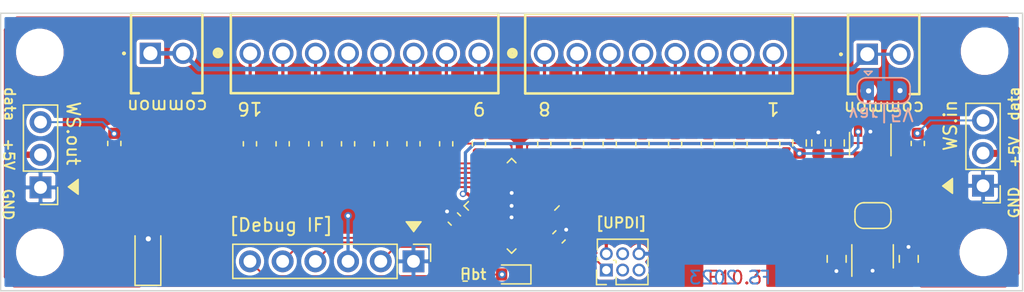
<source format=kicad_pcb>
(kicad_pcb (version 20171130) (host pcbnew "(5.1.12)-1")
  (title_block (title "RTB E10 module") (date 2025-09-06) (rev 3) (company "Frank Schumacher") (comment 1 "[1-16]-channel WS2811 chip emulator") (comment 4 "Licensed under the Apache License, Version 2"))
  (layers (0 F.Cu signal) (31 B.Cu signal) (34 B.Paste user hide) (35 F.Paste user hide) (36 B.SilkS user hide) (37 F.SilkS user hide) (38 B.Mask user hide) (39 F.Mask user hide) (44 Edge.Cuts user))
  (net 0 "")
  (net 1 GND)
  (net 2 +5V)
  (net 3 DI)
  (net 4 DO)
  (net 5 UPDI)
  (net 6 OUT3)
  (net 7 OUT2)
  (net 8 OUT1)
  (net 9 OUT0)
  (net 10 "Net-(R2-Pad1)")
  (net 11 "Net-(R3-Pad1)")
  (net 12 "Net-(R4-Pad1)")
  (net 13 "Net-(R5-Pad1)")
  (net 14 OUT6)
  (net 15 "Net-(R6-Pad1)")
  (net 16 OUT5)
  (net 17 "Net-(R7-Pad1)")
  (net 18 "Net-(R8-Pad1)")
  (net 19 OUT4)
  (net 20 "Net-(R9-Pad1)")
  (net 21 OUT7)
  (net 22 OUT15)
  (net 23 OUT14)
  (net 24 OUT13)
  (net 25 OUT12)
  (net 26 OUT11)
  (net 27 OUT10)
  (net 28 OUT9)
  (net 29 OUT8)
  (net 30 "Net-(R10-Pad1)")
  (net 31 "Net-(R11-Pad1)")
  (net 32 "Net-(R12-Pad1)")
  (net 33 "Net-(R13-Pad1)")
  (net 34 "Net-(R14-Pad1)")
  (net 35 "Net-(R15-Pad1)")
  (net 36 "Net-(R16-Pad1)")
  (net 37 "Net-(R17-Pad1)")
  (net 38 "Net-(R18-Pad1)")
  (net 39 "Net-(R19-Pad1)")
  (net 40 V24.rts)
  (net 41 V24.rx)
  (net 42 V24.tx)
  (net 43 V24.cts)
  (net 44 "Net-(D2-Pad2)")
  (net 45 "Net-(D2-Pad1)")
  (net 46 DAC)
  (net 47 VDD)
  (net 48 vCommon)
  (net 49 "Net-(R24-Pad1)")
  (net 50 "Net-(JP2-Pad1)")
  (module Diode_SMD:D_SOD-123F (layer F.Cu) (at 102.37 94.41 90)
    (fp_text reference D1 hide)
    (fp_text value SS34F)
    (pad 2 smd rect (at 1.4 0 90) (size 1.1 1.1) (layers F.Cu F.Paste F.Mask) (net 1 GND))
    (pad 1 smd rect (at -1.4 0 90) (size 1.1 1.1) (layers F.Cu F.Paste F.Mask) (net 2 +5V))
  )
  (module Jumper:SolderJumper-3_P1.3mm_Open_RoundedPad1.0x1.5mm (layer B.Cu) (at 159.51 81.46)
    (fp_text reference JP2 hide)
    (fp_text value SolderJumper_3_Open)
    (pad 2 smd rect (at 0 0) (size 1 1.5) (layers B.Cu B.Mask) (net 48 vCommon))
    (pad 3 smd custom (at 1.3 0) (size 1 0.5) (layers B.Cu B.Mask) (net 47 VDD) (options (clearance outline) (anchor rect)) (primitives (gr_circle (center 0 -0.25) (end 0.5 -0.25) (width 0)) (gr_circle (center 0 0.25) (end 0.5 0.25) (width 0)) (gr_poly (pts (xy -0.55 0.75) (xy 0 0.75) (xy 0 -0.75) (xy -0.55 -0.75)) (width 0))))
    (pad 1 smd custom (at -1.3 0) (size 1 0.5) (layers B.Cu B.Mask) (net 50 "Net-(JP2-Pad1)") (options (clearance outline) (anchor rect)) (primitives (gr_circle (center 0 -0.25) (end 0.5 -0.25) (width 0)) (gr_circle (center 0 0.25) (end 0.5 0.25) (width 0)) (gr_poly (pts (xy 0.55 0.75) (xy 0 0.75) (xy 0 -0.75) (xy 0.55 -0.75)) (width 0))))
  )
  (module Resistor_SMD:R_0603_1608Metric (layer F.Cu) (at 152.98 85.53 270)
    (fp_text reference R23 hide)
    (fp_text value 22)
    (pad 2 smd roundrect (at 0.825 0 270) (size 0.8 0.95) (layers F.Cu F.Paste F.Mask) (net 46 DAC))
    (pad 1 smd roundrect (at -0.825 0 270) (size 0.8 0.95) (layers F.Cu F.Paste F.Mask) (net 50 "Net-(JP2-Pad1)"))
  )
  (module Package_TO_SOT_SMD:SOT-23-5 (layer F.Cu) (at 158.47 85.62 270)
    (fp_text reference U3 hide)
    (fp_text value MCP6001)
    (pad 5 smd rect (at 1.1 -0.95 270) (size 1.06 0.65) (layers F.Cu F.Paste F.Mask) (net 47 VDD))
    (pad 4 smd rect (at 1.1 0.95 270) (size 1.06 0.65) (layers F.Cu F.Paste F.Mask) (net 49 "Net-(R24-Pad1)"))
    (pad 3 smd rect (at -1.1 0.95 270) (size 1.06 0.65) (layers F.Cu F.Paste F.Mask) (net 46 DAC))
    (pad 2 smd rect (at -1.1 0 270) (size 1.06 0.65) (layers F.Cu F.Paste F.Mask) (net 1 GND))
    (pad 1 smd rect (at -1.1 -0.95 270) (size 1.06 0.65) (layers F.Cu F.Paste F.Mask) (net 50 "Net-(JP2-Pad1)"))
  )
  (module Resistor_SMD:R_0603_1608Metric (layer F.Cu) (at 154.45 85.53 90)
    (fp_text reference R25 hide)
    (fp_text value 47k)
    (pad 2 smd roundrect (at 0.825 0 90) (size 0.8 0.95) (layers F.Cu F.Paste F.Mask) (net 1 GND))
    (pad 1 smd roundrect (at -0.825 0 90) (size 0.8 0.95) (layers F.Cu F.Paste F.Mask) (net 49 "Net-(R24-Pad1)"))
  )
  (module Resistor_SMD:R_0603_1608Metric (layer F.Cu) (at 155.93 85.53 90)
    (fp_text reference R24 hide)
    (fp_text value 47k)
    (pad 2 smd roundrect (at 0.825 0 90) (size 0.8 0.95) (layers F.Cu F.Paste F.Mask) (net 50 "Net-(JP2-Pad1)"))
    (pad 1 smd roundrect (at -0.825 0 90) (size 0.8 0.95) (layers F.Cu F.Paste F.Mask) (net 49 "Net-(R24-Pad1)"))
  )
  (module RTB_parts:1725656 (layer F.Cu) (at 102.56 78.56)
    (fp_text reference J8 hide)
    (fp_text value "LED Common" hide)
    (pad 2 thru_hole circle (at 2.54 0) (size 1.65 1.65) (drill 1.1) (layers *.Cu *.Mask) (net 48 vCommon))
    (pad 1 thru_hole rect (at 0 0) (size 1.65 1.65) (drill 1.1) (layers *.Cu *.Mask) (net 48 vCommon))
  )
  (module Package_TO_SOT_SMD:SOT-23-5 (layer F.Cu) (at 158.65 94.35 90)
    (fp_text reference U2 hide)
    (fp_text value MIC5205-5.0YM5)
    (pad 5 smd rect (at 1.1 -0.95 90) (size 1.06 0.65) (layers F.Cu F.Paste F.Mask) (net 47 VDD))
    (pad 4 smd rect (at 1.1 0.95 90) (size 1.06 0.65) (layers F.Cu F.Paste F.Mask))
    (pad 3 smd rect (at -1.1 0.95 90) (size 1.06 0.65) (layers F.Cu F.Paste F.Mask) (net 2 +5V))
    (pad 2 smd rect (at -1.1 0 90) (size 1.06 0.65) (layers F.Cu F.Paste F.Mask) (net 1 GND))
    (pad 1 smd rect (at -1.1 -0.95 90) (size 1.06 0.65) (layers F.Cu F.Paste F.Mask) (net 2 +5V))
  )
  (module Jumper:SolderJumper-2_P1.3mm_Open_RoundedPad1.0x1.5mm (layer F.Cu) (at 158.68 91.18 180)
    (fp_text reference JP1 hide)
    (fp_text value SolderJumper_2_Open)
    (pad 2 smd custom (at 0.65 0 180) (size 1 0.5) (layers F.Cu F.Mask) (net 47 VDD) (options (clearance outline) (anchor rect)) (primitives (gr_circle (center 0 0.25) (end 0.5 0.25) (width 0)) (gr_circle (center 0 -0.25) (end 0.5 -0.25) (width 0)) (gr_poly (pts (xy 0 -0.75) (xy -0.5 -0.75) (xy -0.5 0.75) (xy 0 0.75)) (width 0))))
    (pad 1 smd custom (at -0.65 0 180) (size 1 0.5) (layers F.Cu F.Mask) (net 2 +5V) (options (clearance outline) (anchor rect)) (primitives (gr_circle (center 0 0.25) (end 0.5 0.25) (width 0)) (gr_circle (center 0 -0.25) (end 0.5 -0.25) (width 0)) (gr_poly (pts (xy 0 -0.75) (xy 0.5 -0.75) (xy 0.5 0.75) (xy 0 0.75)) (width 0))))
  )
  (module Capacitor_SMD:C_0805_2012Metric (layer F.Cu) (at 155.86 94.55 270)
    (fp_text reference C4 hide)
    (fp_text value 4.7u/10V)
    (pad 2 smd roundrect (at 0.95 0 270) (size 1 1.45) (layers F.Cu F.Paste F.Mask) (net 1 GND))
    (pad 1 smd roundrect (at -0.95 0 270) (size 1 1.45) (layers F.Cu F.Paste F.Mask) (net 47 VDD))
  )
  (module Capacitor_SMD:C_0805_2012Metric (layer F.Cu) (at 161.46 94.55 90)
    (fp_text reference C1 hide)
    (fp_text value 4.7u/10V)
    (pad 2 smd roundrect (at 0.95 0 90) (size 1 1.45) (layers F.Cu F.Paste F.Mask) (net 1 GND))
    (pad 1 smd roundrect (at -0.95 0 90) (size 1 1.45) (layers F.Cu F.Paste F.Mask) (net 2 +5V))
  )
  (module RTB_parts:1725656 (layer F.Cu) (at 158.24 78.63)
    (fp_text reference J6 hide)
    (fp_text value "LED common" hide)
    (pad 2 thru_hole circle (at 2.54 0) (size 1.65 1.65) (drill 1.1) (layers *.Cu *.Mask) (net 48 vCommon))
    (pad 1 thru_hole rect (at 0 0) (size 1.65 1.65) (drill 1.1) (layers *.Cu *.Mask) (net 48 vCommon))
  )
  (module RTB_parts:1725711 (layer F.Cu) (at 142.06 78.58)
    (fp_text reference J7 hide)
    (fp_text value "LED 0-7" hide)
    (pad 8 thru_hole circle (at 8.89 0) (size 1.65 1.65) (drill 1.1) (layers *.Cu *.Mask) (net 9 OUT0))
    (pad 7 thru_hole circle (at 6.35 0) (size 1.65 1.65) (drill 1.1) (layers *.Cu *.Mask) (net 8 OUT1))
    (pad 6 thru_hole circle (at 3.81 0) (size 1.65 1.65) (drill 1.1) (layers *.Cu *.Mask) (net 7 OUT2))
    (pad 5 thru_hole circle (at 1.27 0) (size 1.65 1.65) (drill 1.1) (layers *.Cu *.Mask) (net 6 OUT3))
    (pad 4 thru_hole circle (at -1.27 0) (size 1.65 1.65) (drill 1.1) (layers *.Cu *.Mask) (net 19 OUT4))
    (pad 3 thru_hole circle (at -3.81 0) (size 1.65 1.65) (drill 1.1) (layers *.Cu *.Mask) (net 16 OUT5))
    (pad 2 thru_hole circle (at -6.35 0) (size 1.65 1.65) (drill 1.1) (layers *.Cu *.Mask) (net 14 OUT6))
    (pad 1 thru_hole circle (at -8.89 0) (size 1.65 1.65) (drill 1.1) (layers *.Cu *.Mask) (net 21 OUT7))
  )
  (module RTB_parts:1725711 (layer F.Cu) (at 119.2 78.56)
    (fp_text reference J1 hide)
    (fp_text value "LED 8-15" hide)
    (pad 8 thru_hole circle (at 8.89 0) (size 1.65 1.65) (drill 1.1) (layers *.Cu *.Mask) (net 29 OUT8))
    (pad 7 thru_hole circle (at 6.35 0) (size 1.65 1.65) (drill 1.1) (layers *.Cu *.Mask) (net 28 OUT9))
    (pad 6 thru_hole circle (at 3.81 0) (size 1.65 1.65) (drill 1.1) (layers *.Cu *.Mask) (net 27 OUT10))
    (pad 5 thru_hole circle (at 1.27 0) (size 1.65 1.65) (drill 1.1) (layers *.Cu *.Mask) (net 26 OUT11))
    (pad 4 thru_hole circle (at -1.27 0) (size 1.65 1.65) (drill 1.1) (layers *.Cu *.Mask) (net 25 OUT12))
    (pad 3 thru_hole circle (at -3.81 0) (size 1.65 1.65) (drill 1.1) (layers *.Cu *.Mask) (net 24 OUT13))
    (pad 2 thru_hole circle (at -6.35 0) (size 1.65 1.65) (drill 1.1) (layers *.Cu *.Mask) (net 23 OUT14))
    (pad 1 thru_hole circle (at -8.89 0) (size 1.65 1.65) (drill 1.1) (layers *.Cu *.Mask) (net 22 OUT15))
  )
  (module MountingHole:MountingHole_3.2mm_M3_DIN965 (layer F.Cu) (at 167.34452 78.39456)
    (fp_text reference H3 hide)
    (fp_text value MountingHole)
    (pad 1 np_thru_hole circle (at 0 0) (size 3.2 3.2) (drill 3.2) (layers *.Cu *.Mask))
  )
  (module Package_DFN_QFN:QFN-32-1EP_5x5mm_P0.5mm_EP3.1x3.1mm (layer F.Cu) (at 130.614 90.424 225)
    (fp_text reference U1 hide)
    (fp_text value AVR-64da32)
    (pad 32 smd roundrect (at -1.75 -2.4375 225) (size 0.25 0.875) (layers F.Cu F.Paste F.Mask) (net 36 "Net-(R16-Pad1)"))
    (pad 31 smd roundrect (at -1.25 -2.4375 225) (size 0.25 0.875) (layers F.Cu F.Paste F.Mask) (net 35 "Net-(R15-Pad1)"))
    (pad 30 smd roundrect (at -0.75 -2.4375 225) (size 0.25 0.875) (layers F.Cu F.Paste F.Mask) (net 34 "Net-(R14-Pad1)"))
    (pad 29 smd roundrect (at -0.25 -2.4375 225) (size 0.25 0.875) (layers F.Cu F.Paste F.Mask) (net 1 GND))
    (pad 28 smd roundrect (at 0.25 -2.4375 225) (size 0.25 0.875) (layers F.Cu F.Paste F.Mask) (net 47 VDD))
    (pad 27 smd roundrect (at 0.75 -2.4375 225) (size 0.25 0.875) (layers F.Cu F.Paste F.Mask) (net 5 UPDI))
    (pad 26 smd roundrect (at 1.25 -2.4375 225) (size 0.25 0.875) (layers F.Cu F.Paste F.Mask))
    (pad 25 smd roundrect (at 1.75 -2.4375 225) (size 0.25 0.875) (layers F.Cu F.Paste F.Mask))
    (pad 24 smd roundrect (at 2.4375 -1.75 225) (size 0.875 0.25) (layers F.Cu F.Paste F.Mask) (net 45 "Net-(D2-Pad1)"))
    (pad 23 smd roundrect (at 2.4375 -1.25 225) (size 0.875 0.25) (layers F.Cu F.Paste F.Mask) (net 43 V24.cts))
    (pad 22 smd roundrect (at 2.4375 -0.75 225) (size 0.875 0.25) (layers F.Cu F.Paste F.Mask) (net 40 V24.rts))
    (pad 21 smd roundrect (at 2.4375 -0.25 225) (size 0.875 0.25) (layers F.Cu F.Paste F.Mask) (net 41 V24.rx))
    (pad 20 smd roundrect (at 2.4375 0.25 225) (size 0.875 0.25) (layers F.Cu F.Paste F.Mask) (net 42 V24.tx))
    (pad 19 smd roundrect (at 2.4375 0.75 225) (size 0.875 0.25) (layers F.Cu F.Paste F.Mask) (net 1 GND))
    (pad 18 smd roundrect (at 2.4375 1.25 225) (size 0.875 0.25) (layers F.Cu F.Paste F.Mask) (net 47 VDD))
    (pad 17 smd roundrect (at 2.4375 1.75 225) (size 0.875 0.25) (layers F.Cu F.Paste F.Mask) (net 13 "Net-(R5-Pad1)"))
    (pad 16 smd roundrect (at 1.75 2.4375 225) (size 0.25 0.875) (layers F.Cu F.Paste F.Mask) (net 46 DAC))
    (pad 15 smd roundrect (at 1.25 2.4375 225) (size 0.25 0.875) (layers F.Cu F.Paste F.Mask) (net 12 "Net-(R4-Pad1)"))
    (pad 14 smd roundrect (at 0.75 2.4375 225) (size 0.25 0.875) (layers F.Cu F.Paste F.Mask) (net 11 "Net-(R3-Pad1)"))
    (pad 13 smd roundrect (at 0.25 2.4375 225) (size 0.25 0.875) (layers F.Cu F.Paste F.Mask) (net 10 "Net-(R2-Pad1)"))
    (pad 12 smd roundrect (at -0.25 2.4375 225) (size 0.25 0.875) (layers F.Cu F.Paste F.Mask) (net 20 "Net-(R9-Pad1)"))
    (pad 11 smd roundrect (at -0.75 2.4375 225) (size 0.25 0.875) (layers F.Cu F.Paste F.Mask) (net 18 "Net-(R8-Pad1)"))
    (pad 10 smd roundrect (at -1.25 2.4375 225) (size 0.25 0.875) (layers F.Cu F.Paste F.Mask) (net 17 "Net-(R7-Pad1)"))
    (pad 9 smd roundrect (at -1.75 2.4375 225) (size 0.25 0.875) (layers F.Cu F.Paste F.Mask) (net 15 "Net-(R6-Pad1)"))
    (pad 8 smd roundrect (at -2.4375 1.75 225) (size 0.875 0.25) (layers F.Cu F.Paste F.Mask) (net 39 "Net-(R19-Pad1)"))
    (pad 7 smd roundrect (at -2.4375 1.25 225) (size 0.875 0.25) (layers F.Cu F.Paste F.Mask) (net 38 "Net-(R18-Pad1)"))
    (pad 6 smd roundrect (at -2.4375 0.75 225) (size 0.875 0.25) (layers F.Cu F.Paste F.Mask))
    (pad 5 smd roundrect (at -2.4375 0.25 225) (size 0.875 0.25) (layers F.Cu F.Paste F.Mask) (net 33 "Net-(R13-Pad1)"))
    (pad 4 smd roundrect (at -2.4375 -0.25 225) (size 0.875 0.25) (layers F.Cu F.Paste F.Mask) (net 32 "Net-(R12-Pad1)"))
    (pad 3 smd roundrect (at -2.4375 -0.75 225) (size 0.875 0.25) (layers F.Cu F.Paste F.Mask) (net 31 "Net-(R11-Pad1)"))
    (pad 2 smd roundrect (at -2.4375 -1.25 225) (size 0.875 0.25) (layers F.Cu F.Paste F.Mask) (net 30 "Net-(R10-Pad1)"))
    (pad 1 smd roundrect (at -2.4375 -1.75 225) (size 0.875 0.25) (layers F.Cu F.Paste F.Mask) (net 37 "Net-(R17-Pad1)"))
    (pad 33 smd roundrect (at 0 0 225) (size 3.1 3.1) (layers F.Cu F.Mask) (roundrect_rratio 0.08064483870967742) (net 1 GND))
  )
  (module Connector_PinHeader_1.27mm:PinHeader_2x03_P1.27mm_Vertical (layer F.Cu) (at 137.97 95.42 90)
    (fp_text reference J4 hide)
    (fp_text value UPDI)
    (pad 6 thru_hole oval (at 1.27 2.54 90) (size 1 1) (drill 0.65) (layers *.Cu *.Mask) (net 1 GND))
    (pad 5 thru_hole oval (at 0 2.54 90) (size 1 1) (drill 0.65) (layers *.Cu *.Mask))
    (pad 4 thru_hole oval (at 1.27 1.27 90) (size 1 1) (drill 0.65) (layers *.Cu *.Mask))
    (pad 3 thru_hole oval (at 0 1.27 90) (size 1 1) (drill 0.65) (layers *.Cu *.Mask))
    (pad 2 thru_hole oval (at 1.27 0 90) (size 1 1) (drill 0.65) (layers *.Cu *.Mask) (net 47 VDD))
    (pad 1 thru_hole rect (at 0 0 90) (size 1 1) (drill 0.65) (layers *.Cu *.Mask) (net 5 UPDI))
  )
  (module MountingHole:MountingHole_3.2mm_M3_DIN965 (layer F.Cu) (at 167.248 94.0435)
    (fp_text reference H4 hide)
    (fp_text value MountingHole)
    (pad 1 np_thru_hole circle (at 0 0) (size 3.2 3.2) (drill 3.2) (layers *.Cu *.Mask))
  )
  (module MountingHole:MountingHole_3.2mm_M3_DIN965 (layer F.Cu) (at 93.98 94.0435)
    (fp_text reference H2 hide)
    (fp_text value MountingHole)
    (pad 1 np_thru_hole circle (at 0 0) (size 3.2 3.2) (drill 3.2) (layers *.Cu *.Mask))
  )
  (module MountingHole:MountingHole_3.2mm_M3_DIN965 (layer F.Cu) (at 93.98 78.486)
    (fp_text reference H1 hide)
    (fp_text value MountingHole)
    (pad 1 np_thru_hole circle (at 0 0) (size 3.2 3.2) (drill 3.2) (layers *.Cu *.Mask))
  )
  (module Resistor_SMD:R_0603_1608Metric (layer F.Cu) (at 127.01 95.77 180)
    (fp_text reference R20 hide)
    (fp_text value 4.7k)
    (pad 2 smd roundrect (at 0.7875 0 180) (size 0.875 0.95) (layers F.Cu F.Paste F.Mask) (net 47 VDD))
    (pad 1 smd roundrect (at -0.7875 0 180) (size 0.875 0.95) (layers F.Cu F.Paste F.Mask) (net 44 "Net-(D2-Pad2)"))
  )
  (module LED_SMD:LED_0603_1608Metric (layer F.Cu) (at 130.63 95.761 180)
    (fp_text reference D2 hide)
    (fp_text value "HBT(green)")
    (pad 2 smd roundrect (at 0.7875 0 180) (size 0.875 0.95) (layers F.Cu F.Paste F.Mask) (net 44 "Net-(D2-Pad2)"))
    (pad 1 smd roundrect (at -0.7875 0 180) (size 0.875 0.95) (layers F.Cu F.Paste F.Mask) (net 45 "Net-(D2-Pad1)"))
  )
  (module Resistor_SMD:R_0603_1608Metric (layer F.Cu) (at 99.76 85.57 90)
    (fp_text reference R19 hide)
    (fp_text value 160)
    (pad 2 smd roundrect (at 0.7875 0 90) (size 0.875 0.95) (layers F.Cu F.Paste F.Mask) (net 4 DO))
    (pad 1 smd roundrect (at -0.7875 0 90) (size 0.875 0.95) (layers F.Cu F.Paste F.Mask) (net 39 "Net-(R19-Pad1)"))
  )
  (module Resistor_SMD:R_0603_1608Metric (layer F.Cu) (at 162.16 85.57 90)
    (fp_text reference R18 hide)
    (fp_text value 160)
    (pad 2 smd roundrect (at 0.7875 0 90) (size 0.875 0.95) (layers F.Cu F.Paste F.Mask) (net 3 DI))
    (pad 1 smd roundrect (at -0.7875 0 90) (size 0.875 0.95) (layers F.Cu F.Paste F.Mask) (net 38 "Net-(R18-Pad1)"))
  )
  (module Resistor_SMD:R_0603_1608Metric (layer F.Cu) (at 143.314 85.598 90)
    (fp_text reference R17 hide)
    (fp_text value 220)
    (pad 2 smd roundrect (at 0.7875 0 90) (size 0.875 0.95) (layers F.Cu F.Paste F.Mask) (net 6 OUT3))
    (pad 1 smd roundrect (at -0.7875 0 90) (size 0.875 0.95) (layers F.Cu F.Paste F.Mask) (net 37 "Net-(R17-Pad1)"))
  )
  (module Resistor_SMD:R_0603_1608Metric (layer F.Cu) (at 145.854 85.598 90)
    (fp_text reference R16 hide)
    (fp_text value 220)
    (pad 2 smd roundrect (at 0.7875 0 90) (size 0.875 0.95) (layers F.Cu F.Paste F.Mask) (net 7 OUT2))
    (pad 1 smd roundrect (at -0.7875 0 90) (size 0.875 0.95) (layers F.Cu F.Paste F.Mask) (net 36 "Net-(R16-Pad1)"))
  )
  (module Resistor_SMD:R_0603_1608Metric (layer F.Cu) (at 148.394 85.598 90)
    (fp_text reference R15 hide)
    (fp_text value 220)
    (pad 2 smd roundrect (at 0.7875 0 90) (size 0.875 0.95) (layers F.Cu F.Paste F.Mask) (net 8 OUT1))
    (pad 1 smd roundrect (at -0.7875 0 90) (size 0.875 0.95) (layers F.Cu F.Paste F.Mask) (net 35 "Net-(R15-Pad1)"))
  )
  (module Resistor_SMD:R_0603_1608Metric (layer F.Cu) (at 150.934 85.598 90)
    (fp_text reference R14 hide)
    (fp_text value 220)
    (pad 2 smd roundrect (at 0.7875 0 90) (size 0.875 0.95) (layers F.Cu F.Paste F.Mask) (net 9 OUT0))
    (pad 1 smd roundrect (at -0.7875 0 90) (size 0.875 0.95) (layers F.Cu F.Paste F.Mask) (net 34 "Net-(R14-Pad1)"))
  )
  (module Resistor_SMD:R_0603_1608Metric (layer F.Cu) (at 133.154 85.598 90)
    (fp_text reference R13 hide)
    (fp_text value 220)
    (pad 2 smd roundrect (at 0.7875 0 90) (size 0.875 0.95) (layers F.Cu F.Paste F.Mask) (net 21 OUT7))
    (pad 1 smd roundrect (at -0.7875 0 90) (size 0.875 0.95) (layers F.Cu F.Paste F.Mask) (net 33 "Net-(R13-Pad1)"))
  )
  (module Resistor_SMD:R_0603_1608Metric (layer F.Cu) (at 135.694 85.5725 90)
    (fp_text reference R12 hide)
    (fp_text value 220)
    (pad 2 smd roundrect (at 0.7875 0 90) (size 0.875 0.95) (layers F.Cu F.Paste F.Mask) (net 14 OUT6))
    (pad 1 smd roundrect (at -0.7875 0 90) (size 0.875 0.95) (layers F.Cu F.Paste F.Mask) (net 32 "Net-(R12-Pad1)"))
  )
  (module Resistor_SMD:R_0603_1608Metric (layer F.Cu) (at 138.234 85.598 90)
    (fp_text reference R11 hide)
    (fp_text value 220)
    (pad 2 smd roundrect (at 0.7875 0 90) (size 0.875 0.95) (layers F.Cu F.Paste F.Mask) (net 16 OUT5))
    (pad 1 smd roundrect (at -0.7875 0 90) (size 0.875 0.95) (layers F.Cu F.Paste F.Mask) (net 31 "Net-(R11-Pad1)"))
  )
  (module Resistor_SMD:R_0603_1608Metric (layer F.Cu) (at 140.774 85.598 90)
    (fp_text reference R10 hide)
    (fp_text value 220)
    (pad 2 smd roundrect (at 0.7875 0 90) (size 0.875 0.95) (layers F.Cu F.Paste F.Mask) (net 19 OUT4))
    (pad 1 smd roundrect (at -0.7875 0 90) (size 0.875 0.95) (layers F.Cu F.Paste F.Mask) (net 30 "Net-(R10-Pad1)"))
  )
  (module Resistor_SMD:R_0603_1608Metric (layer F.Cu) (at 120.454 85.598 90)
    (fp_text reference R9 hide)
    (fp_text value 220)
    (pad 2 smd roundrect (at 0.7875 0 90) (size 0.875 0.95) (layers F.Cu F.Paste F.Mask) (net 26 OUT11))
    (pad 1 smd roundrect (at -0.7875 0 90) (size 0.875 0.95) (layers F.Cu F.Paste F.Mask) (net 20 "Net-(R9-Pad1)"))
  )
  (module Resistor_SMD:R_0603_1608Metric (layer F.Cu) (at 122.994 85.598 90)
    (fp_text reference R8 hide)
    (fp_text value 220)
    (pad 2 smd roundrect (at 0.7875 0 90) (size 0.875 0.95) (layers F.Cu F.Paste F.Mask) (net 27 OUT10))
    (pad 1 smd roundrect (at -0.7875 0 90) (size 0.875 0.95) (layers F.Cu F.Paste F.Mask) (net 18 "Net-(R8-Pad1)"))
  )
  (module Resistor_SMD:R_0603_1608Metric (layer F.Cu) (at 125.534 85.598 90)
    (fp_text reference R7 hide)
    (fp_text value 220)
    (pad 2 smd roundrect (at 0.7875 0 90) (size 0.875 0.95) (layers F.Cu F.Paste F.Mask) (net 28 OUT9))
    (pad 1 smd roundrect (at -0.7875 0 90) (size 0.875 0.95) (layers F.Cu F.Paste F.Mask) (net 17 "Net-(R7-Pad1)"))
  )
  (module Resistor_SMD:R_0603_1608Metric (layer F.Cu) (at 128.074 85.598 90)
    (fp_text reference R6 hide)
    (fp_text value 220)
    (pad 2 smd roundrect (at 0.7875 0 90) (size 0.875 0.95) (layers F.Cu F.Paste F.Mask) (net 29 OUT8))
    (pad 1 smd roundrect (at -0.7875 0 90) (size 0.875 0.95) (layers F.Cu F.Paste F.Mask) (net 15 "Net-(R6-Pad1)"))
  )
  (module Resistor_SMD:R_0603_1608Metric (layer F.Cu) (at 110.294 85.598 90)
    (fp_text reference R5 hide)
    (fp_text value 220)
    (pad 2 smd roundrect (at 0.7875 0 90) (size 0.875 0.95) (layers F.Cu F.Paste F.Mask) (net 22 OUT15))
    (pad 1 smd roundrect (at -0.7875 0 90) (size 0.875 0.95) (layers F.Cu F.Paste F.Mask) (net 13 "Net-(R5-Pad1)"))
  )
  (module Resistor_SMD:R_0603_1608Metric (layer F.Cu) (at 112.834 85.598 90)
    (fp_text reference R4 hide)
    (fp_text value 220)
    (pad 2 smd roundrect (at 0.7875 0 90) (size 0.875 0.95) (layers F.Cu F.Paste F.Mask) (net 23 OUT14))
    (pad 1 smd roundrect (at -0.7875 0 90) (size 0.875 0.95) (layers F.Cu F.Paste F.Mask) (net 12 "Net-(R4-Pad1)"))
  )
  (module Resistor_SMD:R_0603_1608Metric (layer F.Cu) (at 115.374 85.598 90)
    (fp_text reference R3 hide)
    (fp_text value 220)
    (pad 2 smd roundrect (at 0.7875 0 90) (size 0.875 0.95) (layers F.Cu F.Paste F.Mask) (net 24 OUT13))
    (pad 1 smd roundrect (at -0.7875 0 90) (size 0.875 0.95) (layers F.Cu F.Paste F.Mask) (net 11 "Net-(R3-Pad1)"))
  )
  (module Resistor_SMD:R_0603_1608Metric (layer F.Cu) (at 117.914 85.598 90)
    (fp_text reference R2 hide)
    (fp_text value 220)
    (pad 2 smd roundrect (at 0.7875 0 90) (size 0.875 0.95) (layers F.Cu F.Paste F.Mask) (net 25 OUT12))
    (pad 1 smd roundrect (at -0.7875 0 90) (size 0.875 0.95) (layers F.Cu F.Paste F.Mask) (net 10 "Net-(R2-Pad1)"))
  )
  (module Capacitor_SMD:C_0603_1608Metric (layer F.Cu) (at 134.297 92.837 45)
    (fp_text reference C3 hide)
    (fp_text value 100n)
    (pad 2 smd roundrect (at 0.7875 0 45) (size 0.875 0.95) (layers F.Cu F.Paste F.Mask) (net 1 GND))
    (pad 1 smd roundrect (at -0.7875 0 45) (size 0.875 0.95) (layers F.Cu F.Paste F.Mask) (net 47 VDD))
  )
  (module Capacitor_SMD:C_0603_1608Metric (layer F.Cu) (at 126.17 91.45 135)
    (fp_text reference C2 hide)
    (fp_text value 100n)
    (pad 2 smd roundrect (at 0.787501 0 135) (size 0.875 0.95) (layers F.Cu F.Paste F.Mask) (net 1 GND))
    (pad 1 smd roundrect (at -0.787501 0 135) (size 0.875 0.95) (layers F.Cu F.Paste F.Mask) (net 47 VDD))
  )
  (module Connector_PinHeader_2.54mm:PinHeader_1x06_P2.54mm_Vertical (layer F.Cu) (at 122.994 94.742 270)
    (fp_text reference J5 hide)
    (fp_text value Debug)
    (pad 6 thru_hole oval (at 0 12.7 270) (size 1.7 1.7) (drill 1) (layers *.Cu *.Mask) (net 43 V24.cts))
    (pad 5 thru_hole oval (at 0 10.16 270) (size 1.7 1.7) (drill 1) (layers *.Cu *.Mask) (net 42 V24.tx))
    (pad 4 thru_hole oval (at 0 7.62 270) (size 1.7 1.7) (drill 1) (layers *.Cu *.Mask) (net 41 V24.rx))
    (pad 3 thru_hole oval (at 0 5.08 270) (size 1.7 1.7) (drill 1) (layers *.Cu *.Mask) (net 47 VDD))
    (pad 2 thru_hole oval (at 0 2.54 270) (size 1.7 1.7) (drill 1) (layers *.Cu *.Mask) (net 40 V24.rts))
    (pad 1 thru_hole rect (at 0 0 270) (size 1.7 1.7) (drill 1) (layers *.Cu *.Mask) (net 1 GND))
  )
  (module Connector_PinHeader_2.54mm:PinHeader_1x03_P2.54mm_Vertical (layer F.Cu) (at 167.23 88.86 180)
    (fp_text reference J3 hide)
    (fp_text value "WS-bus input")
    (pad 3 thru_hole oval (at 0 5.08 180) (size 1.7 1.7) (drill 1) (layers *.Cu *.Mask) (net 3 DI))
    (pad 2 thru_hole oval (at 0 2.54 180) (size 1.7 1.7) (drill 1) (layers *.Cu *.Mask) (net 2 +5V))
    (pad 1 thru_hole rect (at 0 0 180) (size 1.7 1.7) (drill 1) (layers *.Cu *.Mask) (net 1 GND))
  )
  (module Connector_PinHeader_2.54mm:PinHeader_1x03_P2.54mm_Vertical (layer F.Cu) (at 94.03 88.99 180)
    (fp_text reference J2 hide)
    (fp_text value "WS-bus output")
    (pad 3 thru_hole oval (at 0 5.08 180) (size 1.7 1.7) (drill 1) (layers *.Cu *.Mask) (net 4 DO))
    (pad 2 thru_hole oval (at 0 2.54 180) (size 1.7 1.7) (drill 1) (layers *.Cu *.Mask) (net 2 +5V))
    (pad 1 thru_hole rect (at 0 0 180) (size 1.7 1.7) (drill 1) (layers *.Cu *.Mask) (net 1 GND))
  )
  (gr_text common (at 103.87 82.7 180) (layer F.SilkS) (effects (font (size 1 1))))
  (gr_text var|5V (at 159.31 83.3 180) (layer B.SilkS) (effects (font (size 1 1)) (justify mirror)))
  (gr_poly (pts (xy 96.18 88.95) (xy 96.96 88.36) (xy 96.96 89.53)) (layer F.SilkS) (width 0.1))
  (gr_poly (pts (xy 164.08 88.88) (xy 164.86 88.29) (xy 164.86 89.46)) (layer F.SilkS) (width 0.1))
  (gr_poly (pts (xy 123.01 92.44) (xy 122.42 91.66) (xy 123.59 91.66)) (layer F.SilkS) (width 0.1))
  (gr_text GND (at 169.64 90.17 90) (layer F.SilkS) (effects (font (size 0.8 0.8))))
  (gr_text +5V (at 169.68 86.24 90) (layer F.SilkS) (effects (font (size 0.8 0.8))))
  (gr_text data (at 169.63 82.48 90) (layer F.SilkS) (effects (font (size 0.8 0.8))))
  (gr_text 9 (at 128.1 82.87 180) (layer F.SilkS) (effects (font (size 1 1))))
  (gr_text 8 (at 133.17 82.86 180) (layer F.SilkS) (effects (font (size 1 1))))
  (gr_text 16 (at 110.28 82.87 180) (layer F.SilkS) (effects (font (size 1 1))))
  (gr_text 1 (at 150.92 82.89 180) (layer F.SilkS) (effects (font (size 1 1))))
  (gr_text data (at 91.64 82.51 270) (layer F.SilkS) (effects (font (size 0.8 0.8))))
  (gr_text "FS 2023" (at 147.574 96.012) (layer B.Cu) (effects (font (size 1 1)) (justify mirror)))
  (gr_text E10.3 (at 147.952 96.014) (layer F.Cu) (effects (font (size 1 1))))
  (gr_text +5V (at 91.57 86.41 270) (layer F.SilkS) (effects (font (size 0.8 0.8))))
  (gr_text GND (at 91.51 90.32 270) (layer F.SilkS) (effects (font (size 0.8 0.8))))
  (gr_text common (at 159.53 82.84 180) (layer F.SilkS) (effects (font (size 1 1))))
  (gr_text Hbt (at 127.63 95.76) (layer F.SilkS) (effects (font (size 0.8 0.8))))
  (gr_text WS.in (at 164.69 84.17 90) (layer F.SilkS) (effects (font (size 1 1))))
  (gr_text WS.out (at 96.57 84.79 270) (layer F.SilkS) (effects (font (size 1 1))))
  (gr_text [UPDI] (at 139.13 91.75) (layer F.SilkS) (effects (font (size 0.8 0.8))))
  (gr_text "[Debug IF]" (at 112.71 91.92) (layer F.SilkS) (effects (font (size 1 1))))
  (gr_line (start 170.296 75.438) (end 170.296 97.028) (layer Edge.Cuts) (width 0.1))
  (gr_line (start 90.932 75.438) (end 170.296 75.438) (layer Edge.Cuts) (width 0.1))
  (gr_line (start 90.932 97.028) (end 90.932 75.438) (layer Edge.Cuts) (width 0.1))
  (gr_line (start 170.296 97.028) (end 90.932 97.028) (layer Edge.Cuts) (width 0.1))
  (via (at 102.4 92.99) (size 0.8) (drill 0.4) (layers F.Cu B.Cu) (net 1))
  (via (at 158.48 84.65) (size 0.5) (drill 0.3) (layers F.Cu B.Cu) (net 1))
  (via (at 154.44 84.71) (size 0.5) (drill 0.3) (layers F.Cu B.Cu) (net 1))
  (via (at 161.44 93.62) (size 0.6) (drill 0.3) (layers F.Cu B.Cu) (net 1))
  (via (at 158.65 95.47) (size 0.6) (drill 0.3) (layers F.Cu B.Cu) (net 1))
  (via (at 155.84 95.5) (size 0.6) (drill 0.3) (layers F.Cu B.Cu) (net 1))
  (via (at 125.6 90.86) (size 0.6) (drill 0.3) (layers F.Cu B.Cu) (net 1))
  (segment (start 129.55334 90.424) (end 130.614 90.424) (width 0.15) (layer F.Cu) (net 1))
  (segment (start 128.360097 91.617243) (end 129.55334 90.424) (width 0.25) (layer F.Cu) (net 1))
  (segment (start 134.678 92.456) (end 134.853847 92.280153) (width 0.15) (layer F.Cu) (net 1))
  (segment (start 132.514349 91.970796) (end 132.999553 92.456) (width 0.25) (layer F.Cu) (net 1))
  (segment (start 132.999553 92.456) (end 134.678 92.456) (width 0.25) (layer F.Cu) (net 1))
  (via (at 130.614 90.424) (size 0.6) (drill 0.3) (layers F.Cu B.Cu) (net 1))
  (segment (start 131.497884 91.307884) (end 130.614 90.424) (width 0.15) (layer F.Cu) (net 1))
  (segment (start 131.827884 91.307884) (end 131.497884 91.307884) (width 0.15) (layer F.Cu) (net 1))
  (segment (start 132.490796 91.95) (end 131.827884 91.287088) (width 0.25) (layer F.Cu) (net 1))
  (segment (start 132.514349 91.970796) (end 132.490796 91.970796) (width 0.15) (layer F.Cu) (net 1))
  (segment (start 134.853847 92.280153) (end 134.853847 92.280153) (width 0.15) (layer F.Cu) (net 1))
  (via (at 134.853847 92.280153) (size 0.6) (drill 0.3) (layers F.Cu B.Cu) (net 1))
  (via (at 130.62 89.42) (size 0.6) (drill 0.3) (layers F.Cu B.Cu) (net 1))
  (via (at 130.61 91.32) (size 0.6) (drill 0.3) (layers F.Cu B.Cu) (net 1))
  (segment (start 166.925 89.165) (end 167.23 88.86) (width 0.5) (layer B.Cu) (net 1))
  (segment (start 167.125 86.215) (end 167.23 86.32) (width 0.5) (layer F.Cu) (net 2))
  (segment (start 92.18201 86.45) (end 94.03 86.45) (width 0.5) (layer F.Cu) (net 2))
  (segment (start 91.43201 85.7) (end 92.18201 86.45) (width 0.5) (layer F.Cu) (net 2))
  (segment (start 92.25199 75.93801) (end 91.43201 76.75799) (width 0.5) (layer F.Cu) (net 2))
  (segment (start 91.43201 76.75799) (end 91.43201 85.7) (width 0.5) (layer F.Cu) (net 2))
  (segment (start 169.07801 75.93801) (end 92.25199 75.93801) (width 0.5) (layer F.Cu) (net 2))
  (segment (start 169.79599 76.65599) (end 169.07801 75.93801) (width 0.5) (layer F.Cu) (net 2))
  (segment (start 169.29 86.37) (end 169.79599 85.86401) (width 0.5) (layer F.Cu) (net 2))
  (segment (start 167.28 86.37) (end 169.29 86.37) (width 0.5) (layer F.Cu) (net 2))
  (segment (start 169.79599 85.86401) (end 169.79599 76.65599) (width 0.5) (layer F.Cu) (net 2))
  (segment (start 167.23 86.32) (end 167.28 86.37) (width 0.5) (layer F.Cu) (net 2))
  (segment (start 159.6 94.67) (end 159.6 95.45) (width 0.25) (layer F.Cu) (net 2))
  (segment (start 159.524999 94.594999) (end 159.6 94.67) (width 0.25) (layer F.Cu) (net 2))
  (segment (start 157.7 94.67) (end 157.775001 94.594999) (width 0.25) (layer F.Cu) (net 2))
  (segment (start 157.7 95.45) (end 157.7 94.67) (width 0.25) (layer F.Cu) (net 2))
  (segment (start 161.41 95.45) (end 161.46 95.5) (width 0.25) (layer F.Cu) (net 2))
  (segment (start 159.6 95.45) (end 161.41 95.45) (width 0.25) (layer F.Cu) (net 2))
  (segment (start 159.33 91.927592) (end 158.625001 92.632591) (width 0.25) (layer F.Cu) (net 2))
  (segment (start 159.33 91.18) (end 159.33 91.927592) (width 0.25) (layer F.Cu) (net 2))
  (segment (start 158.625001 94.594999) (end 159.524999 94.594999) (width 0.25) (layer F.Cu) (net 2))
  (segment (start 158.625001 92.632591) (end 158.625001 94.594999) (width 0.25) (layer F.Cu) (net 2))
  (segment (start 157.775001 94.594999) (end 158.625001 94.594999) (width 0.25) (layer F.Cu) (net 2))
  (segment (start 167.23 86.32) (end 168.95599 86.32) (width 0.5) (layer F.Cu) (net 2))
  (segment (start 168.95599 86.32) (end 169.79599 87.16) (width 0.5) (layer F.Cu) (net 2))
  (segment (start 169.79599 95.63401) (end 168.90201 96.52799) (width 0.5) (layer F.Cu) (net 2))
  (segment (start 169.79599 87.16) (end 169.79599 95.63401) (width 0.5) (layer F.Cu) (net 2))
  (segment (start 162.48799 96.52799) (end 161.46 95.5) (width 0.5) (layer F.Cu) (net 2))
  (segment (start 168.90201 96.52799) (end 162.48799 96.52799) (width 0.5) (layer F.Cu) (net 2))
  (segment (start 167.2 86.29) (end 167.23 86.32) (width 0.5) (layer B.Cu) (net 2))
  (segment (start 92.03799 96.52799) (end 101.65201 96.52799) (width 0.5) (layer F.Cu) (net 2))
  (segment (start 91.43201 95.92201) (end 92.03799 96.52799) (width 0.5) (layer F.Cu) (net 2))
  (segment (start 101.65201 96.52799) (end 102.37 95.81) (width 0.5) (layer F.Cu) (net 2))
  (segment (start 91.43201 86.97799) (end 91.43201 95.92201) (width 0.5) (layer F.Cu) (net 2))
  (segment (start 91.96 86.45) (end 91.43201 86.97799) (width 0.5) (layer F.Cu) (net 2))
  (segment (start 92.18201 86.45) (end 91.96 86.45) (width 0.5) (layer F.Cu) (net 2))
  (via (at 162.13 84.78) (size 0.6) (drill 0.3) (layers F.Cu B.Cu) (net 3))
  (segment (start 163.13 83.78) (end 162.13 84.78) (width 0.15) (layer B.Cu) (net 3))
  (segment (start 167.23 83.78) (end 163.13 83.78) (width 0.15) (layer B.Cu) (net 3))
  (via (at 99.75 84.81) (size 0.5) (drill 0.3) (layers F.Cu B.Cu) (net 4))
  (segment (start 98.85 83.91) (end 99.75 84.81) (width 0.15) (layer B.Cu) (net 4))
  (segment (start 94.03 83.91) (end 98.85 83.91) (width 0.15) (layer B.Cu) (net 4))
  (segment (start 137.038 94.488) (end 137.97 95.42) (width 0.15) (layer F.Cu) (net 5))
  (segment (start 133.61734 94.488) (end 137.038 94.488) (width 0.15) (layer F.Cu) (net 5))
  (segment (start 131.807243 92.677903) (end 133.61734 94.488) (width 0.15) (layer F.Cu) (net 5))
  (segment (start 143.33 82.25) (end 143.33 78.58) (width 0.25) (layer F.Cu) (net 6))
  (segment (start 143.314 82.266) (end 143.33 82.25) (width 0.25) (layer F.Cu) (net 6))
  (segment (start 143.314 84.8105) (end 143.314 82.266) (width 0.25) (layer F.Cu) (net 6))
  (segment (start 145.87 82.38) (end 145.87 78.58) (width 0.25) (layer F.Cu) (net 7))
  (segment (start 145.854 82.396) (end 145.87 82.38) (width 0.25) (layer F.Cu) (net 7))
  (segment (start 145.854 84.8105) (end 145.854 82.396) (width 0.25) (layer F.Cu) (net 7))
  (segment (start 148.41 82.48) (end 148.41 78.58) (width 0.25) (layer F.Cu) (net 8))
  (segment (start 148.394 82.496) (end 148.41 82.48) (width 0.25) (layer F.Cu) (net 8))
  (segment (start 148.394 84.8105) (end 148.394 82.496) (width 0.25) (layer F.Cu) (net 8))
  (segment (start 150.95 82.3) (end 150.95 78.58) (width 0.25) (layer F.Cu) (net 9))
  (segment (start 150.934 82.316) (end 150.95 82.3) (width 0.25) (layer F.Cu) (net 9))
  (segment (start 150.934 84.8105) (end 150.934 82.316) (width 0.25) (layer F.Cu) (net 9))
  (segment (start 119.356 88.265) (end 117.914 86.823) (width 0.15) (layer F.Cu) (net 10))
  (segment (start 128.713651 88.877204) (end 128.101447 88.265) (width 0.15) (layer F.Cu) (net 10))
  (segment (start 117.914 86.823) (end 117.914 86.3855) (width 0.15) (layer F.Cu) (net 10))
  (segment (start 128.101447 88.265) (end 119.356 88.265) (width 0.15) (layer F.Cu) (net 10))
  (segment (start 115.374 86.823) (end 115.374 86.3855) (width 0.15) (layer F.Cu) (net 11))
  (segment (start 117.16601 88.61501) (end 115.374 86.823) (width 0.15) (layer F.Cu) (net 11))
  (segment (start 127.773884 88.61501) (end 117.16601 88.61501) (width 0.15) (layer F.Cu) (net 11))
  (segment (start 128.360097 89.230757) (end 128.360097 89.201223) (width 0.15) (layer F.Cu) (net 11))
  (segment (start 128.360097 89.201223) (end 127.773884 88.61501) (width 0.15) (layer F.Cu) (net 11))
  (segment (start 114.97602 88.96502) (end 112.834 86.823) (width 0.15) (layer F.Cu) (net 12))
  (segment (start 112.834 86.823) (end 112.834 86.3855) (width 0.15) (layer F.Cu) (net 12))
  (segment (start 127.387253 88.96502) (end 114.97602 88.96502) (width 0.15) (layer F.Cu) (net 12))
  (segment (start 128.006544 89.584311) (end 127.387253 88.96502) (width 0.15) (layer F.Cu) (net 12))
  (segment (start 110.294 86.823) (end 110.294 86.3855) (width 0.15) (layer F.Cu) (net 13))
  (segment (start 112.791 89.32) (end 110.294 86.823) (width 0.15) (layer F.Cu) (net 13))
  (segment (start 127.400136 90.910136) (end 125.81 89.32) (width 0.15) (layer F.Cu) (net 13))
  (segment (start 125.81 89.32) (end 112.791 89.32) (width 0.15) (layer F.Cu) (net 13))
  (segment (start 127.65299 90.910136) (end 127.400136 90.910136) (width 0.15) (layer F.Cu) (net 13))
  (segment (start 135.71 82.26) (end 135.71 78.58) (width 0.25) (layer F.Cu) (net 14))
  (segment (start 135.694 82.276) (end 135.71 82.26) (width 0.25) (layer F.Cu) (net 14))
  (segment (start 135.694 84.785) (end 135.694 82.276) (width 0.25) (layer F.Cu) (net 14))
  (segment (start 130.127864 87.405539) (end 130.127864 87.46299) (width 0.15) (layer F.Cu) (net 15))
  (segment (start 128.549 86.3855) (end 128.074 86.3855) (width 0.15) (layer F.Cu) (net 15))
  (segment (start 128.9885 86.3855) (end 128.549 86.3855) (width 0.15) (layer F.Cu) (net 15))
  (segment (start 130.127864 87.46299) (end 130.06599 87.46299) (width 0.15) (layer F.Cu) (net 15))
  (segment (start 130.06599 87.46299) (end 128.9885 86.3855) (width 0.15) (layer F.Cu) (net 15))
  (segment (start 138.25 82.18) (end 138.25 78.58) (width 0.25) (layer F.Cu) (net 16))
  (segment (start 138.234 82.196) (end 138.25 82.18) (width 0.25) (layer F.Cu) (net 16))
  (segment (start 138.234 84.8105) (end 138.234 82.196) (width 0.25) (layer F.Cu) (net 16))
  (segment (start 125.534 86.823) (end 125.534 86.3855) (width 0.15) (layer F.Cu) (net 17))
  (segment (start 125.833 87.122) (end 125.534 86.823) (width 0.15) (layer F.Cu) (net 17))
  (segment (start 129.774311 87.816544) (end 129.079767 87.122) (width 0.15) (layer F.Cu) (net 17))
  (segment (start 129.079767 87.122) (end 125.833 87.122) (width 0.15) (layer F.Cu) (net 17))
  (segment (start 122.994 86.823) (end 122.994 86.3855) (width 0.15) (layer F.Cu) (net 18))
  (segment (start 123.674 87.503) (end 122.994 86.823) (width 0.15) (layer F.Cu) (net 18))
  (segment (start 129.420757 88.170097) (end 128.75366 87.503) (width 0.15) (layer F.Cu) (net 18))
  (segment (start 128.75366 87.503) (end 123.674 87.503) (width 0.15) (layer F.Cu) (net 18))
  (segment (start 140.79 82.17) (end 140.79 78.58) (width 0.25) (layer F.Cu) (net 19))
  (segment (start 140.774 82.186) (end 140.79 82.17) (width 0.25) (layer F.Cu) (net 19))
  (segment (start 140.774 84.8105) (end 140.774 82.186) (width 0.25) (layer F.Cu) (net 19))
  (segment (start 120.454 86.823) (end 120.454 86.3855) (width 0.15) (layer F.Cu) (net 20))
  (segment (start 121.48401 87.85301) (end 120.454 86.823) (width 0.15) (layer F.Cu) (net 20))
  (segment (start 128.396563 87.85301) (end 121.48401 87.85301) (width 0.15) (layer F.Cu) (net 20))
  (segment (start 129.067204 88.523651) (end 128.396563 87.85301) (width 0.15) (layer F.Cu) (net 20))
  (segment (start 133.17 82.28) (end 133.17 78.58) (width 0.25) (layer F.Cu) (net 21))
  (segment (start 133.154 82.296) (end 133.17 82.28) (width 0.25) (layer F.Cu) (net 21))
  (segment (start 133.154 84.8105) (end 133.154 82.296) (width 0.25) (layer F.Cu) (net 21))
  (segment (start 110.31 82.178) (end 110.31 78.56) (width 0.25) (layer F.Cu) (net 22))
  (segment (start 110.294 82.194) (end 110.31 82.178) (width 0.25) (layer F.Cu) (net 22))
  (segment (start 110.294 84.8105) (end 110.294 82.194) (width 0.25) (layer F.Cu) (net 22))
  (segment (start 112.85 82.138) (end 112.85 78.56) (width 0.25) (layer F.Cu) (net 23))
  (segment (start 112.834 82.154) (end 112.85 82.138) (width 0.25) (layer F.Cu) (net 23))
  (segment (start 112.834 84.8105) (end 112.834 82.154) (width 0.25) (layer F.Cu) (net 23))
  (segment (start 115.374 82.264) (end 115.39 82.248) (width 0.25) (layer F.Cu) (net 24))
  (segment (start 115.39 82.248) (end 115.39 78.56) (width 0.25) (layer F.Cu) (net 24))
  (segment (start 115.374 84.8105) (end 115.374 82.264) (width 0.25) (layer F.Cu) (net 24))
  (segment (start 117.93 82.068) (end 117.93 78.56) (width 0.25) (layer F.Cu) (net 25))
  (segment (start 117.914 82.084) (end 117.93 82.068) (width 0.25) (layer F.Cu) (net 25))
  (segment (start 117.914 84.8105) (end 117.914 82.084) (width 0.25) (layer F.Cu) (net 25))
  (segment (start 120.454 82.154) (end 120.47 82.138) (width 0.25) (layer F.Cu) (net 26))
  (segment (start 120.47 82.138) (end 120.47 78.56) (width 0.25) (layer F.Cu) (net 26))
  (segment (start 120.454 84.8105) (end 120.454 82.154) (width 0.25) (layer F.Cu) (net 26))
  (segment (start 123.01 82.218) (end 123.01 78.56) (width 0.25) (layer F.Cu) (net 27))
  (segment (start 122.994 82.234) (end 123.01 82.218) (width 0.25) (layer F.Cu) (net 27))
  (segment (start 122.994 84.8105) (end 122.994 82.234) (width 0.25) (layer F.Cu) (net 27))
  (segment (start 125.55 82.218) (end 125.55 78.56) (width 0.25) (layer F.Cu) (net 28))
  (segment (start 125.534 82.234) (end 125.55 82.218) (width 0.25) (layer F.Cu) (net 28))
  (segment (start 125.534 84.8105) (end 125.534 82.234) (width 0.25) (layer F.Cu) (net 28))
  (segment (start 128.074 78.576) (end 128.09 78.56) (width 0.25) (layer F.Cu) (net 29))
  (segment (start 128.074 84.8105) (end 128.074 78.576) (width 0.25) (layer F.Cu) (net 29))
  (segment (start 140.1575 87.4395) (end 140.774 86.823) (width 0.15) (layer F.Cu) (net 30))
  (segment (start 135.366267 87.4395) (end 140.1575 87.4395) (width 0.15) (layer F.Cu) (net 30))
  (segment (start 140.774 86.823) (end 140.774 86.3855) (width 0.15) (layer F.Cu) (net 30))
  (segment (start 133.221456 89.584311) (end 135.366267 87.4395) (width 0.15) (layer F.Cu) (net 30))
  (segment (start 137.967511 87.089489) (end 138.234 86.823) (width 0.15) (layer F.Cu) (net 31))
  (segment (start 132.867903 89.230757) (end 135.009171 87.089489) (width 0.15) (layer F.Cu) (net 31))
  (segment (start 138.234 86.823) (end 138.234 86.3855) (width 0.15) (layer F.Cu) (net 31))
  (segment (start 135.009171 87.089489) (end 137.967511 87.089489) (width 0.15) (layer F.Cu) (net 31))
  (segment (start 135.031553 86.36) (end 135.694 86.36) (width 0.15) (layer F.Cu) (net 32))
  (segment (start 132.514349 88.877204) (end 135.031553 86.36) (width 0.15) (layer F.Cu) (net 32))
  (segment (start 133.154 86.823) (end 133.154 86.3855) (width 0.15) (layer F.Cu) (net 33))
  (segment (start 132.160796 88.523651) (end 133.154 87.530447) (width 0.15) (layer F.Cu) (net 33))
  (segment (start 133.154 87.530447) (end 133.154 86.823) (width 0.15) (layer F.Cu) (net 33))
  (segment (start 150.934 86.823) (end 150.934 86.3855) (width 0.15) (layer F.Cu) (net 34))
  (segment (start 132.867903 91.617243) (end 133.161218 91.910558) (width 0.15) (layer F.Cu) (net 34))
  (segment (start 133.161218 91.910558) (end 134.11438 91.910558) (width 0.15) (layer F.Cu) (net 34))
  (segment (start 148.857 88.9) (end 150.934 86.823) (width 0.15) (layer F.Cu) (net 34))
  (segment (start 134.11438 91.910558) (end 137.124938 88.9) (width 0.15) (layer F.Cu) (net 34))
  (segment (start 137.124938 88.9) (end 148.857 88.9) (width 0.15) (layer F.Cu) (net 34))
  (segment (start 133.514772 91.557005) (end 133.935783 91.557005) (width 0.15) (layer F.Cu) (net 35))
  (segment (start 148.394 86.823) (end 148.394 86.3855) (width 0.15) (layer F.Cu) (net 35))
  (segment (start 133.221456 91.263689) (end 133.514772 91.557005) (width 0.15) (layer F.Cu) (net 35))
  (segment (start 146.667011 88.549989) (end 148.394 86.823) (width 0.15) (layer F.Cu) (net 35))
  (segment (start 133.935783 91.557005) (end 136.942799 88.549989) (width 0.15) (layer F.Cu) (net 35))
  (segment (start 136.942799 88.549989) (end 146.667011 88.549989) (width 0.15) (layer F.Cu) (net 35))
  (segment (start 133.57501 90.910136) (end 133.875884 90.910136) (width 0.15) (layer F.Cu) (net 36))
  (segment (start 145.854 86.823) (end 145.854 86.3855) (width 0.15) (layer F.Cu) (net 36))
  (segment (start 136.6465 88.13952) (end 144.53748 88.13952) (width 0.15) (layer F.Cu) (net 36))
  (segment (start 144.53748 88.13952) (end 145.854 86.823) (width 0.15) (layer F.Cu) (net 36))
  (segment (start 133.875884 90.910136) (end 136.6465 88.13952) (width 0.15) (layer F.Cu) (net 36))
  (segment (start 143.314 86.823) (end 143.314 86.3855) (width 0.15) (layer F.Cu) (net 37))
  (segment (start 142.34749 87.78951) (end 143.314 86.823) (width 0.15) (layer F.Cu) (net 37))
  (segment (start 135.72499 87.78951) (end 142.34749 87.78951) (width 0.15) (layer F.Cu) (net 37))
  (segment (start 133.57501 89.937864) (end 133.576636 89.937864) (width 0.15) (layer F.Cu) (net 37))
  (segment (start 133.576636 89.937864) (end 135.72499 87.78951) (width 0.15) (layer F.Cu) (net 37))
  (segment (start 131.453689 87.816544) (end 131.506956 87.816544) (width 0.15) (layer F.Cu) (net 38))
  (segment (start 161.3625 85.56) (end 162.16 86.3575) (width 0.15) (layer F.Cu) (net 38))
  (segment (start 161.34249 85.53999) (end 161.3625 85.56) (width 0.15) (layer F.Cu) (net 38))
  (segment (start 132.03001 85.53999) (end 161.34249 85.53999) (width 0.15) (layer F.Cu) (net 38))
  (segment (start 131.82 85.75) (end 132.03001 85.53999) (width 0.15) (layer F.Cu) (net 38))
  (segment (start 131.82 87.450233) (end 131.82 85.75) (width 0.15) (layer F.Cu) (net 38))
  (segment (start 131.453689 87.816544) (end 131.82 87.450233) (width 0.15) (layer F.Cu) (net 38))
  (segment (start 130.614 86.976854) (end 131.100136 87.46299) (width 0.15) (layer F.Cu) (net 39))
  (segment (start 130.614 85.784) (end 130.614 86.976854) (width 0.15) (layer F.Cu) (net 39))
  (segment (start 130.41 85.58) (end 130.614 85.784) (width 0.15) (layer F.Cu) (net 39))
  (segment (start 100.5375 85.58) (end 130.41 85.58) (width 0.15) (layer F.Cu) (net 39))
  (segment (start 99.76 86.3575) (end 100.5375 85.58) (width 0.15) (layer F.Cu) (net 39))
  (segment (start 120.454 94.742) (end 121.579001 93.616999) (width 0.15) (layer F.Cu) (net 40))
  (segment (start 121.579001 93.616999) (end 128.481661 93.616999) (width 0.15) (layer F.Cu) (net 40))
  (segment (start 128.481661 93.616999) (end 129.420757 92.677903) (width 0.15) (layer F.Cu) (net 40))
  (segment (start 115.374 94.742) (end 116.849011 93.266989) (width 0.15) (layer F.Cu) (net 41))
  (segment (start 128.124564 93.266989) (end 129.067204 92.324349) (width 0.15) (layer F.Cu) (net 41))
  (segment (start 116.849011 93.266989) (end 128.124564 93.266989) (width 0.15) (layer F.Cu) (net 41))
  (segment (start 112.834 94.742) (end 114.659021 92.916979) (width 0.15) (layer F.Cu) (net 42))
  (segment (start 127.767468 92.916979) (end 128.713651 91.970796) (width 0.15) (layer F.Cu) (net 42))
  (segment (start 114.659021 92.916979) (end 127.767468 92.916979) (width 0.15) (layer F.Cu) (net 42))
  (segment (start 124.911991 93.967009) (end 128.838758 93.967009) (width 0.15) (layer F.Cu) (net 43))
  (segment (start 124.518 95.758) (end 124.518 94.361) (width 0.15) (layer F.Cu) (net 43))
  (segment (start 128.838758 93.967009) (end 129.774311 93.031456) (width 0.15) (layer F.Cu) (net 43))
  (segment (start 124.38338 95.89262) (end 124.518 95.758) (width 0.15) (layer F.Cu) (net 43))
  (segment (start 124.518 94.361) (end 124.911991 93.967009) (width 0.15) (layer F.Cu) (net 43))
  (segment (start 111.44462 95.89262) (end 124.38338 95.89262) (width 0.15) (layer F.Cu) (net 43))
  (segment (start 110.294 94.742) (end 111.44462 95.89262) (width 0.15) (layer F.Cu) (net 43))
  (via (at 129.868 95.761) (size 0.6) (drill 0.3) (layers F.Cu B.Cu) (net 44))
  (segment (start 129.8335 95.77) (end 129.8425 95.761) (width 0.15) (layer F.Cu) (net 44))
  (segment (start 127.7975 95.77) (end 129.8335 95.77) (width 0.15) (layer F.Cu) (net 44))
  (segment (start 131.4175 94.6675) (end 131.4175 95.761) (width 0.15) (layer F.Cu) (net 45))
  (segment (start 130.13501 93.38501) (end 131.4175 94.6675) (width 0.15) (layer F.Cu) (net 45))
  (segment (start 130.127864 93.38501) (end 130.13501 93.38501) (width 0.15) (layer F.Cu) (net 45))
  (via (at 152.97 86.35) (size 0.5) (drill 0.3) (layers F.Cu B.Cu) (net 46))
  (via (at 126.84 89.49002) (size 0.5) (drill 0.3) (layers F.Cu B.Cu) (net 46))
  (segment (start 127.20002 89.49002) (end 126.84 89.49002) (width 0.25) (layer F.Cu) (net 46))
  (segment (start 127.647864 89.937864) (end 127.20002 89.49002) (width 0.25) (layer F.Cu) (net 46))
  (segment (start 127.65299 89.937864) (end 127.647864 89.937864) (width 0.25) (layer F.Cu) (net 46))
  (via (at 157.53 84.66) (size 0.5) (drill 0.3) (layers F.Cu B.Cu) (net 46))
  (segment (start 152.205 85.58) (end 152.98 86.355) (width 0.25) (layer B.Cu) (net 46))
  (segment (start 127.73 85.58) (end 152.205 85.58) (width 0.25) (layer B.Cu) (net 46))
  (segment (start 127.03 89.30002) (end 127.03 86.28) (width 0.25) (layer B.Cu) (net 46))
  (segment (start 127.03 86.28) (end 127.73 85.58) (width 0.25) (layer B.Cu) (net 46))
  (segment (start 126.84 89.49002) (end 127.03 89.30002) (width 0.25) (layer B.Cu) (net 46))
  (segment (start 152.97 86.35) (end 157.04 86.35) (width 0.2) (layer B.Cu) (net 46))
  (segment (start 157.53 85.86) (end 157.53 84.66) (width 0.2) (layer B.Cu) (net 46))
  (segment (start 157.04 86.35) (end 157.53 85.86) (width 0.2) (layer B.Cu) (net 46))
  (via (at 160.78 81.46) (size 0.8) (drill 0.4) (layers F.Cu B.Cu) (net 47))
  (segment (start 133.740153 93.393847) (end 133.740153 93.393847) (width 0.25) (layer F.Cu) (net 47))
  (segment (start 133.740153 93.393847) (end 133.740153 93.393847) (width 0.25) (layer F.Cu) (net 47))
  (segment (start 117.914 94.742) (end 117.915 91.2) (width 0.25) (layer B.Cu) (net 47))
  (via (at 117.915 91.2) (size 0.6) (drill 0.3) (layers F.Cu B.Cu) (net 47))
  (segment (start 127.263386 92.006847) (end 128.006544 91.263689) (width 0.25) (layer F.Cu) (net 47))
  (segment (start 126.726847 92.006847) (end 127.263386 92.006847) (width 0.25) (layer F.Cu) (net 47))
  (segment (start 126.726847 92.006847) (end 125.193153 92.006847) (width 0.25) (layer F.Cu) (net 47))
  (segment (start 156.23 93.25) (end 155.88 93.6) (width 0.25) (layer F.Cu) (net 47))
  (segment (start 157.7 93.25) (end 156.23 93.25) (width 0.25) (layer F.Cu) (net 47))
  (segment (start 158.03 92.92) (end 157.7 93.25) (width 0.25) (layer F.Cu) (net 47))
  (segment (start 158.03 91.18) (end 158.03 92.92) (width 0.25) (layer F.Cu) (net 47))
  (segment (start 133.230295 93.393847) (end 133.740153 93.393847) (width 0.25) (layer F.Cu) (net 47))
  (segment (start 132.160796 92.324349) (end 133.230295 93.393847) (width 0.25) (layer F.Cu) (net 47))
  (segment (start 158.49 78.88) (end 158.24 78.63) (width 0.25) (layer F.Cu) (net 48))
  (segment (start 158.24 78.63) (end 160.78 78.63) (width 0.25) (layer B.Cu) (net 48))
  (segment (start 159.51 81.46) (end 159.51 78.63) (width 0.25) (layer B.Cu) (net 48))
  (segment (start 102.56 78.56) (end 105.1 78.56) (width 0.35) (layer B.Cu) (net 48))
  (segment (start 157.089999 79.780001) (end 158.24 78.63) (width 0.35) (layer B.Cu) (net 48))
  (segment (start 106.320001 79.780001) (end 157.089999 79.780001) (width 0.35) (layer B.Cu) (net 48))
  (segment (start 105.1 78.56) (end 106.320001 79.780001) (width 0.35) (layer B.Cu) (net 48))
  (segment (start 157.205 86.405) (end 157.52 86.72) (width 0.15) (layer F.Cu) (net 49))
  (segment (start 155.93 86.405) (end 157.205 86.405) (width 0.15) (layer F.Cu) (net 49))
  (segment (start 154.45 86.355) (end 155.93 86.355) (width 0.15) (layer F.Cu) (net 49))
  (segment (start 159.42 84.52) (end 159.42 84.52) (width 0.15) (layer F.Cu) (net 50))
  (segment (start 159.42 84.52) (end 159.42 84.52) (width 0.15) (layer F.Cu) (net 50))
  (segment (start 158.385 81.635) (end 158.305 81.555) (width 0.25) (layer B.Cu) (net 50))
  (segment (start 158.305 81.555) (end 158.21 81.46) (width 0.25) (layer B.Cu) (net 50))
  (via (at 158.34 81.48) (size 0.8) (drill 0.4) (layers F.Cu B.Cu) (net 50))
  (segment (start 158.49 81.63) (end 158.34 81.48) (width 0.25) (layer F.Cu) (net 50))
  (segment (start 159.42 83.68) (end 159.42 84.52) (width 0.3) (layer F.Cu) (net 50))
  (segment (start 159.12 83.38) (end 159.42 83.68) (width 0.3) (layer F.Cu) (net 50))
  (segment (start 155.93 83.88) (end 156.43 83.38) (width 0.3) (layer F.Cu) (net 50))
  (segment (start 155.93 84.705) (end 155.93 83.88) (width 0.3) (layer F.Cu) (net 50))
  (segment (start 155.93 83.87) (end 155.93 84.705) (width 0.15) (layer F.Cu) (net 50))
  (segment (start 155.47 83.41) (end 155.93 83.87) (width 0.15) (layer F.Cu) (net 50))
  (segment (start 152.98 83.73) (end 153.3 83.41) (width 0.15) (layer F.Cu) (net 50))
  (segment (start 153.3 83.41) (end 155.47 83.41) (width 0.15) (layer F.Cu) (net 50))
  (segment (start 152.98 84.705) (end 152.98 83.73) (width 0.15) (layer F.Cu) (net 50))
  (segment (start 158.35 81.49) (end 158.34 81.48) (width 0.35) (layer F.Cu) (net 50))
  (segment (start 158.35 83.38) (end 158.35 81.49) (width 0.3) (layer F.Cu) (net 50))
  (segment (start 156.43 83.38) (end 158.35 83.38) (width 0.3) (layer F.Cu) (net 50))
  (segment (start 158.35 83.38) (end 159.12 83.38) (width 0.3) (layer F.Cu) (net 50))
  (zone (net 1) (net_name GND) (layer B.Cu) (connect_pads (clearance 0.25)) (min_thickness 0.2) (fill yes (arc_segments 32) (thermal_gap 0.3) (thermal_bridge_width 0.3) (smoothing chamfer))
    (polygon (pts (xy 170.29 97.02) (xy 90.932 97.028) (xy 90.932 75.438) (xy 170.24 75.46)))
  )
  (zone (net 47) (net_name VDD) (layer F.Cu) (connect_pads (clearance 0.25)) (min_thickness 0.2) (fill yes (arc_segments 32) (thermal_gap 0.25) (thermal_bridge_width 0.25) (smoothing chamfer))
    (polygon (pts (xy 170.3 97.05) (xy 90.932 97.028) (xy 90.932 75.438) (xy 170.27 75.44)))
  )
  (zone (net 0) (net_name "") (layer F.Cu) (connect_pads (clearance 0.3)) (min_thickness 0.254)
    (keepout (tracks allowed) (vias allowed) (copperpour not_allowed))
    (fill (arc_segments 32) (thermal_gap 0.508) (thermal_bridge_width 0.508))
    (polygon (pts (xy 124.772 96.52) (xy 108.516 96.52) (xy 108.516 92.964) (xy 124.772 92.964)))
  )
  (zone (net 0) (net_name "") (layer F.Cu) (connect_pads (clearance 0.3)) (min_thickness 0.254)
    (keepout (tracks allowed) (vias allowed) (copperpour not_allowed))
    (fill (arc_segments 32) (thermal_gap 0.508) (thermal_bridge_width 0.508))
    (polygon (pts (xy 95.75546 90.67038) (xy 92.19946 90.67038) (xy 92.19946 82.16138) (xy 95.75546 82.16138)))
  )
  (zone (net 0) (net_name "") (layer F.Cu) (connect_pads (clearance 0.3)) (min_thickness 0.254)
    (keepout (tracks allowed) (vias allowed) (copperpour not_allowed))
    (fill (arc_segments 32) (thermal_gap 0.508) (thermal_bridge_width 0.508))
    (polygon (pts (xy 168.99298 90.551) (xy 165.43698 90.551) (xy 165.43698 81.915) (xy 168.99298 81.915)))
  )
  (zone (net 0) (net_name "") (layer F.Cu) (connect_pads (clearance 0.25)) (min_thickness 0.254)
    (keepout (tracks allowed) (vias allowed) (copperpour not_allowed))
    (fill (arc_segments 32) (thermal_gap 0.508) (thermal_bridge_width 0.508))
    (polygon (pts (xy 135.03 90.42) (xy 130.58 94.83) (xy 126.19 90.43) (xy 130.6 86.01)))
  )
)
</source>
